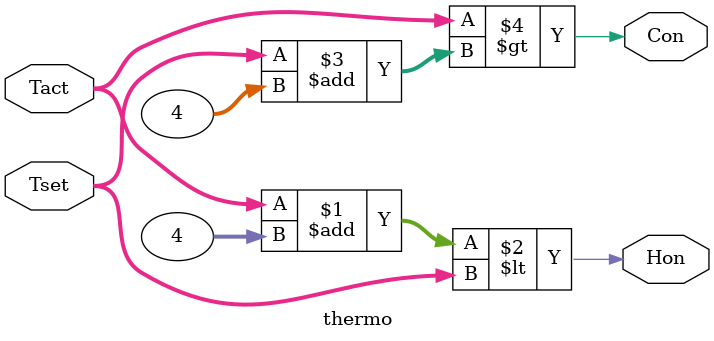
<source format=v>
module thermo #(parameter SIZE = 8) (
    input [SIZE-1:0] Tset,
    input [SIZE-1:0] Tact,
    output Hon,
    output Con,
);
    assign Hon = (Tact + 4) < Tset;
    assign Con = Tact > (Tset + 4);
endmodule

// (b) To instantiate
// thermo U1 (.Tset(Tset), .Tact(Tact), .Hon(Hon), .Con(Con));

// (c)
// thermo  #(.SIZE(12)) U1 (.Tset(Tset), .Tact(Tact), .Hon(Hon), .Con(Con));
</source>
